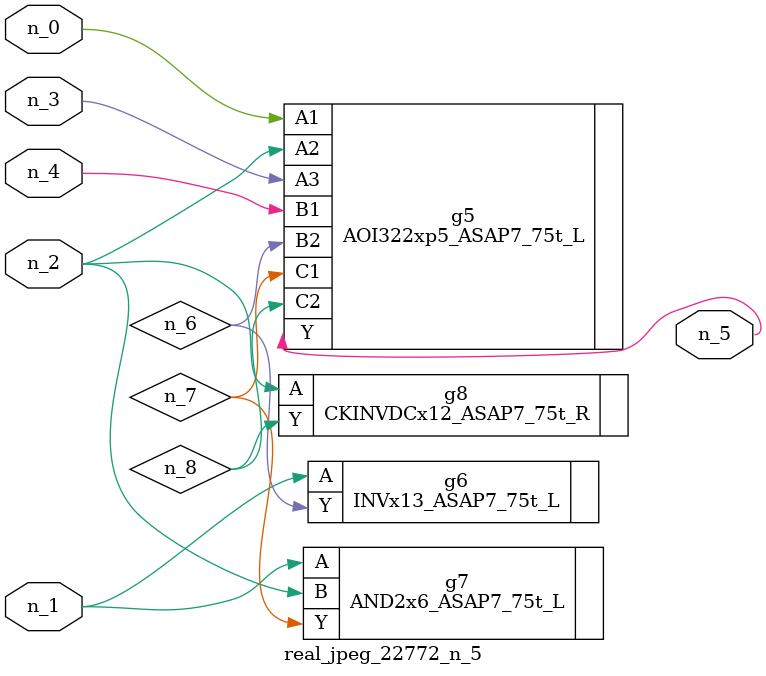
<source format=v>
module real_jpeg_22772_n_5 (n_4, n_0, n_1, n_2, n_3, n_5);

input n_4;
input n_0;
input n_1;
input n_2;
input n_3;

output n_5;

wire n_8;
wire n_6;
wire n_7;

AOI322xp5_ASAP7_75t_L g5 ( 
.A1(n_0),
.A2(n_2),
.A3(n_3),
.B1(n_4),
.B2(n_6),
.C1(n_7),
.C2(n_8),
.Y(n_5)
);

INVx13_ASAP7_75t_L g6 ( 
.A(n_1),
.Y(n_6)
);

AND2x6_ASAP7_75t_L g7 ( 
.A(n_1),
.B(n_2),
.Y(n_7)
);

CKINVDCx12_ASAP7_75t_R g8 ( 
.A(n_2),
.Y(n_8)
);


endmodule
</source>
